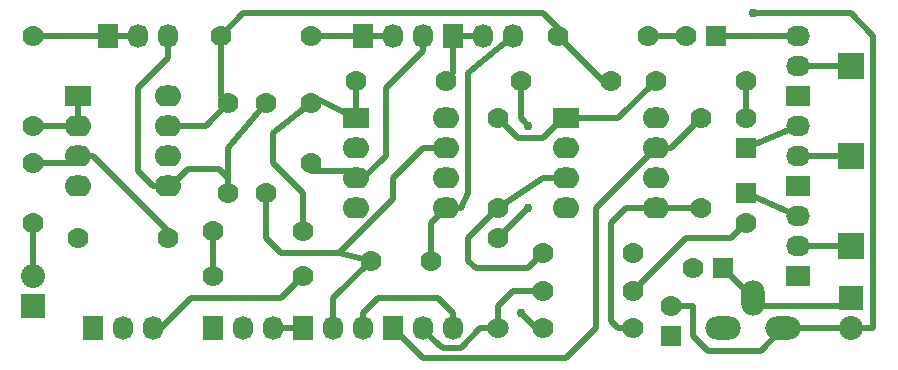
<source format=gbl>
%FSLAX46Y46*%
G04 Gerber Fmt 4.6, Leading zero omitted, Abs format (unit mm)*
G04 Created by KiCad (PCBNEW (2014-09-19 BZR 5142)-product) date 11/10/2014 22:22:43*
%MOMM*%
G01*
G04 APERTURE LIST*
%ADD10C,0.100000*%
%ADD11C,1.778000*%
%ADD12R,1.778000X1.778000*%
%ADD13R,2.032000X2.032000*%
%ADD14O,2.032000X2.032000*%
%ADD15R,2.235200X2.235200*%
%ADD16R,1.727200X2.032000*%
%ADD17O,1.727200X2.032000*%
%ADD18R,2.032000X1.727200*%
%ADD19O,2.032000X1.727200*%
%ADD20R,2.286000X1.778000*%
%ADD21O,2.286000X1.778000*%
%ADD22O,1.998980X2.999740*%
%ADD23O,2.999740X1.998980*%
%ADD24C,0.762000*%
%ADD25C,0.508000*%
G04 APERTURE END LIST*
D10*
D11*
X144145000Y-93980000D03*
X144145000Y-99060000D03*
X200025000Y-102870000D03*
D12*
X202565000Y-102870000D03*
D11*
X198120000Y-106045000D03*
D12*
X198120000Y-108585000D03*
D11*
X167640000Y-88900000D03*
X167640000Y-93980000D03*
X172720000Y-102235000D03*
X177800000Y-102235000D03*
X199390000Y-83185000D03*
D12*
X201930000Y-83185000D03*
D11*
X204470000Y-90170000D03*
D12*
X204470000Y-92710000D03*
D11*
X204470000Y-99060000D03*
D12*
X204470000Y-96520000D03*
D13*
X144145000Y-106045000D03*
D14*
X144145000Y-103505000D03*
D13*
X213360000Y-105410000D03*
D14*
X213360000Y-107950000D03*
D15*
X213360000Y-85725000D03*
X213360000Y-93345000D03*
X213360000Y-100965000D03*
D11*
X147955000Y-100330000D03*
X155575000Y-100330000D03*
X144145000Y-90805000D03*
X144145000Y-83185000D03*
X159385000Y-103505000D03*
X167005000Y-103505000D03*
X163830000Y-88900000D03*
X163830000Y-96520000D03*
X160655000Y-96520000D03*
X160655000Y-88900000D03*
X159385000Y-99695000D03*
X167005000Y-99695000D03*
X160020000Y-83185000D03*
X167640000Y-83185000D03*
X171450000Y-86995000D03*
X179070000Y-86995000D03*
X187325000Y-107950000D03*
X194945000Y-107950000D03*
X200660000Y-97790000D03*
X200660000Y-90170000D03*
X194945000Y-101600000D03*
X187325000Y-101600000D03*
X193040000Y-86995000D03*
X185420000Y-86995000D03*
X183515000Y-107950000D03*
X183515000Y-100330000D03*
X183515000Y-97790000D03*
X183515000Y-90170000D03*
X196215000Y-83185000D03*
X188595000Y-83185000D03*
X204470000Y-86995000D03*
X196850000Y-86995000D03*
X194945000Y-104775000D03*
X187325000Y-104775000D03*
D16*
X150495000Y-83185000D03*
D17*
X153035000Y-83185000D03*
X155575000Y-83185000D03*
D16*
X149225000Y-107950000D03*
D17*
X151765000Y-107950000D03*
X154305000Y-107950000D03*
D16*
X172085000Y-83185000D03*
D17*
X174625000Y-83185000D03*
X177165000Y-83185000D03*
D16*
X179705000Y-83185000D03*
D17*
X182245000Y-83185000D03*
X184785000Y-83185000D03*
D18*
X208915000Y-88265000D03*
D19*
X208915000Y-85725000D03*
X208915000Y-83185000D03*
D18*
X208915000Y-95885000D03*
D19*
X208915000Y-93345000D03*
X208915000Y-90805000D03*
D18*
X208915000Y-103505000D03*
D19*
X208915000Y-100965000D03*
X208915000Y-98425000D03*
D16*
X159385000Y-107950000D03*
D17*
X161925000Y-107950000D03*
X164465000Y-107950000D03*
D16*
X167005000Y-107950000D03*
D17*
X169545000Y-107950000D03*
X172085000Y-107950000D03*
D16*
X174625000Y-107950000D03*
D17*
X177165000Y-107950000D03*
X179705000Y-107950000D03*
D20*
X147955000Y-88265000D03*
D21*
X147955000Y-90805000D03*
X147955000Y-93345000D03*
X147955000Y-95885000D03*
X155575000Y-95885000D03*
X155575000Y-93345000D03*
X155575000Y-90805000D03*
X155575000Y-88265000D03*
D20*
X171450000Y-90170000D03*
D21*
X171450000Y-92710000D03*
X171450000Y-95250000D03*
X171450000Y-97790000D03*
X179070000Y-97790000D03*
X179070000Y-95250000D03*
X179070000Y-92710000D03*
X179070000Y-90170000D03*
D20*
X189230000Y-90170000D03*
D21*
X189230000Y-92710000D03*
X189230000Y-95250000D03*
X189230000Y-97790000D03*
X196850000Y-97790000D03*
X196850000Y-95250000D03*
X196850000Y-92710000D03*
X196850000Y-90170000D03*
D22*
X205105000Y-105410000D03*
D23*
X202565000Y-107950000D03*
X207645000Y-107950000D03*
D24*
X205105000Y-81280000D03*
X185420000Y-106680000D03*
X186055000Y-90805000D03*
X186055000Y-97790000D03*
D25*
X147955000Y-93345000D02*
X149225000Y-93345000D01*
X149225000Y-93345000D02*
X155575000Y-99695000D01*
X155575000Y-99695000D02*
X155575000Y-100330000D01*
X144145000Y-93980000D02*
X147320000Y-93980000D01*
X147320000Y-93980000D02*
X147955000Y-93345000D01*
X144145000Y-103505000D02*
X144145000Y-99060000D01*
X197485000Y-95250000D02*
X196850000Y-95250000D01*
X202565000Y-102870000D02*
X205105000Y-105410000D01*
X213360000Y-105410000D02*
X212725000Y-106045000D01*
X212725000Y-106045000D02*
X205740000Y-106045000D01*
X205740000Y-106045000D02*
X205105000Y-105410000D01*
X207645000Y-107950000D02*
X205740000Y-109855000D01*
X205740000Y-109855000D02*
X201295000Y-109855000D01*
X201295000Y-109855000D02*
X200025000Y-108585000D01*
X200025000Y-108585000D02*
X200025000Y-106045000D01*
X200025000Y-106045000D02*
X198120000Y-106045000D01*
X213360000Y-107950000D02*
X215265000Y-107950000D01*
X215265000Y-107950000D02*
X215265000Y-83185000D01*
X215265000Y-83185000D02*
X213360000Y-81280000D01*
X213360000Y-81280000D02*
X205105000Y-81280000D01*
X213360000Y-107950000D02*
X207645000Y-107950000D01*
X171450000Y-86995000D02*
X171450000Y-90170000D01*
X167005000Y-99695000D02*
X167005000Y-96520000D01*
X164465000Y-91440000D02*
X167640000Y-88900000D01*
X164465000Y-93980000D02*
X164465000Y-91440000D01*
X167005000Y-96520000D02*
X164465000Y-93980000D01*
X167640000Y-88900000D02*
X167640000Y-88265000D01*
X167640000Y-88265000D02*
X171450000Y-90170000D01*
X171450000Y-95250000D02*
X172085000Y-95250000D01*
X172085000Y-95250000D02*
X173990000Y-93345000D01*
X173990000Y-93345000D02*
X173990000Y-87630000D01*
X173990000Y-87630000D02*
X177165000Y-84455000D01*
X177165000Y-84455000D02*
X177165000Y-83185000D01*
X167640000Y-93980000D02*
X167640000Y-94615000D01*
X167640000Y-94615000D02*
X170815000Y-94615000D01*
X170815000Y-94615000D02*
X171450000Y-95250000D01*
X170049275Y-101600000D02*
X165100000Y-101600000D01*
X163830000Y-100330000D02*
X165100000Y-101600000D01*
X163830000Y-100330000D02*
X163830000Y-96520000D01*
X172720000Y-102235000D02*
X169545000Y-105410000D01*
X169545000Y-105410000D02*
X169545000Y-107950000D01*
X172720000Y-102235000D02*
X170049275Y-101600000D01*
X170049275Y-101600000D02*
X174625000Y-97024275D01*
X174625000Y-97024275D02*
X174625000Y-95250000D01*
X174625000Y-95250000D02*
X177165000Y-92710000D01*
X177165000Y-92710000D02*
X179070000Y-92710000D01*
X177800000Y-102235000D02*
X177800000Y-99060000D01*
X177800000Y-99060000D02*
X179070000Y-97790000D01*
X184785000Y-83185000D02*
X180975000Y-86360000D01*
X180340000Y-97790000D02*
X179070000Y-97790000D01*
X180975000Y-96520000D02*
X180340000Y-97790000D01*
X180975000Y-86360000D02*
X180975000Y-96520000D01*
X199390000Y-83185000D02*
X196215000Y-83185000D01*
X208915000Y-83185000D02*
X201930000Y-83185000D01*
X204470000Y-90170000D02*
X204470000Y-86995000D01*
X208915000Y-90805000D02*
X204470000Y-92710000D01*
X194945000Y-104775000D02*
X199390000Y-100330000D01*
X203200000Y-100330000D02*
X204470000Y-99060000D01*
X199390000Y-100330000D02*
X203200000Y-100330000D01*
X204470000Y-96520000D02*
X208915000Y-98425000D01*
X208915000Y-85725000D02*
X213360000Y-85725000D01*
X208915000Y-93345000D02*
X213360000Y-93345000D01*
X208915000Y-100965000D02*
X213360000Y-100965000D01*
X144145000Y-90805000D02*
X147955000Y-90805000D01*
X147701000Y-88265000D02*
X147955000Y-88265000D01*
X147955000Y-90805000D02*
X147955000Y-88265000D01*
X150495000Y-83185000D02*
X153035000Y-83185000D01*
X144145000Y-83185000D02*
X150495000Y-83185000D01*
X159385000Y-100330000D02*
X159385000Y-99695000D01*
X159385000Y-99695000D02*
X159385000Y-103505000D01*
X154305000Y-107950000D02*
X154940000Y-107950000D01*
X154940000Y-107950000D02*
X157480000Y-105410000D01*
X157480000Y-105410000D02*
X165100000Y-105410000D01*
X165100000Y-105410000D02*
X167005000Y-103505000D01*
X160655000Y-96520000D02*
X160655000Y-95262765D01*
X160655000Y-95262765D02*
X159880235Y-94488000D01*
X159880235Y-94488000D02*
X157226000Y-94488000D01*
X157226000Y-94488000D02*
X155829000Y-95885000D01*
X155829000Y-95885000D02*
X155575000Y-95885000D01*
X155575000Y-95885000D02*
X154305000Y-95885000D01*
X155575000Y-85090000D02*
X155575000Y-83185000D01*
X153035000Y-87630000D02*
X155575000Y-85090000D01*
X153035000Y-94615000D02*
X153035000Y-87630000D01*
X154305000Y-95885000D02*
X153035000Y-94615000D01*
X163830000Y-88900000D02*
X160655000Y-92710000D01*
X160655000Y-92710000D02*
X160655000Y-96520000D01*
X188595000Y-83185000D02*
X188595000Y-82550000D01*
X188595000Y-82550000D02*
X187325000Y-81280000D01*
X161925000Y-81280000D02*
X160020000Y-83185000D01*
X187325000Y-81280000D02*
X161925000Y-81280000D01*
X193040000Y-86995000D02*
X192405000Y-86995000D01*
X192405000Y-86995000D02*
X188595000Y-83185000D01*
X160655000Y-88900000D02*
X158750000Y-90805000D01*
X158750000Y-90805000D02*
X155575000Y-90805000D01*
X160020000Y-83185000D02*
X160020000Y-88265000D01*
X160020000Y-88265000D02*
X160655000Y-88900000D01*
X172085000Y-83185000D02*
X174625000Y-83185000D01*
X167640000Y-83185000D02*
X172085000Y-83185000D01*
X179070000Y-86995000D02*
X179705000Y-86360000D01*
X179705000Y-86360000D02*
X179705000Y-83185000D01*
X179705000Y-83185000D02*
X182245000Y-83185000D01*
X167005000Y-107950000D02*
X164465000Y-107950000D01*
X187325000Y-107950000D02*
X186690000Y-107950000D01*
X186690000Y-107950000D02*
X185420000Y-106680000D01*
X196850000Y-97790000D02*
X200660000Y-97790000D01*
X194945000Y-107950000D02*
X193675000Y-107950000D01*
X194310000Y-97790000D02*
X196850000Y-97790000D01*
X193040000Y-99060000D02*
X194310000Y-97790000D01*
X193040000Y-107315000D02*
X193040000Y-99060000D01*
X193675000Y-107950000D02*
X193040000Y-107315000D01*
X196850000Y-92710000D02*
X191770000Y-97790000D01*
X191770000Y-97790000D02*
X191770000Y-107950000D01*
X191770000Y-107950000D02*
X189230000Y-110490000D01*
X189230000Y-110490000D02*
X180694003Y-110490000D01*
X180694003Y-110490000D02*
X180693983Y-110490020D01*
X180693983Y-110490020D02*
X178716017Y-110490020D01*
X178716017Y-110490020D02*
X178715997Y-110490000D01*
X178715997Y-110490000D02*
X177165000Y-110490000D01*
X177165000Y-110490000D02*
X174625000Y-107950000D01*
X200660000Y-90170000D02*
X198120000Y-92710000D01*
X198120000Y-92710000D02*
X196850000Y-92710000D01*
X187325000Y-101600000D02*
X186055000Y-102870000D01*
X180975000Y-100330000D02*
X183515000Y-97790000D01*
X180975000Y-102235000D02*
X180975000Y-100330000D01*
X181610000Y-102870000D02*
X180975000Y-102235000D01*
X186055000Y-102870000D02*
X181610000Y-102870000D01*
X183515000Y-97790000D02*
X187325000Y-95250000D01*
X187325000Y-95250000D02*
X189230000Y-95250000D01*
X185674001Y-90424001D02*
X186055000Y-90805000D01*
X185420000Y-90170000D02*
X185674001Y-90424001D01*
X185420000Y-86995000D02*
X185420000Y-90170000D01*
X183515000Y-100330000D02*
X186055000Y-97790000D01*
X182257765Y-107950000D02*
X183515000Y-107950000D01*
X181976754Y-107950000D02*
X182257765Y-107950000D01*
X180325744Y-109601010D02*
X181976754Y-107950000D01*
X178816010Y-109601010D02*
X180325744Y-109601010D01*
X178689000Y-109474000D02*
X178816010Y-109601010D01*
X178536600Y-109474000D02*
X178689000Y-109474000D01*
X177165000Y-108102400D02*
X178536600Y-109474000D01*
X177165000Y-107950000D02*
X177165000Y-108102400D01*
X183515000Y-107950000D02*
X183515000Y-106045000D01*
X184785000Y-104775000D02*
X187325000Y-104775000D01*
X183515000Y-106045000D02*
X184785000Y-104775000D01*
X183515000Y-107950000D02*
X184150000Y-107950000D01*
X183515000Y-90170000D02*
X185166001Y-91821001D01*
X185166001Y-91821001D02*
X187324999Y-91821001D01*
X187324999Y-91821001D02*
X188976000Y-90170000D01*
X188976000Y-90170000D02*
X189230000Y-90170000D01*
X196850000Y-86995000D02*
X193675000Y-90170000D01*
X193675000Y-90170000D02*
X189230000Y-90170000D01*
X172085000Y-107950000D02*
X172085000Y-106680000D01*
X179705000Y-106680000D02*
X179705000Y-107950000D01*
X178435000Y-105410000D02*
X179705000Y-106680000D01*
X173355000Y-105410000D02*
X178435000Y-105410000D01*
X172085000Y-106680000D02*
X173355000Y-105410000D01*
M02*

</source>
